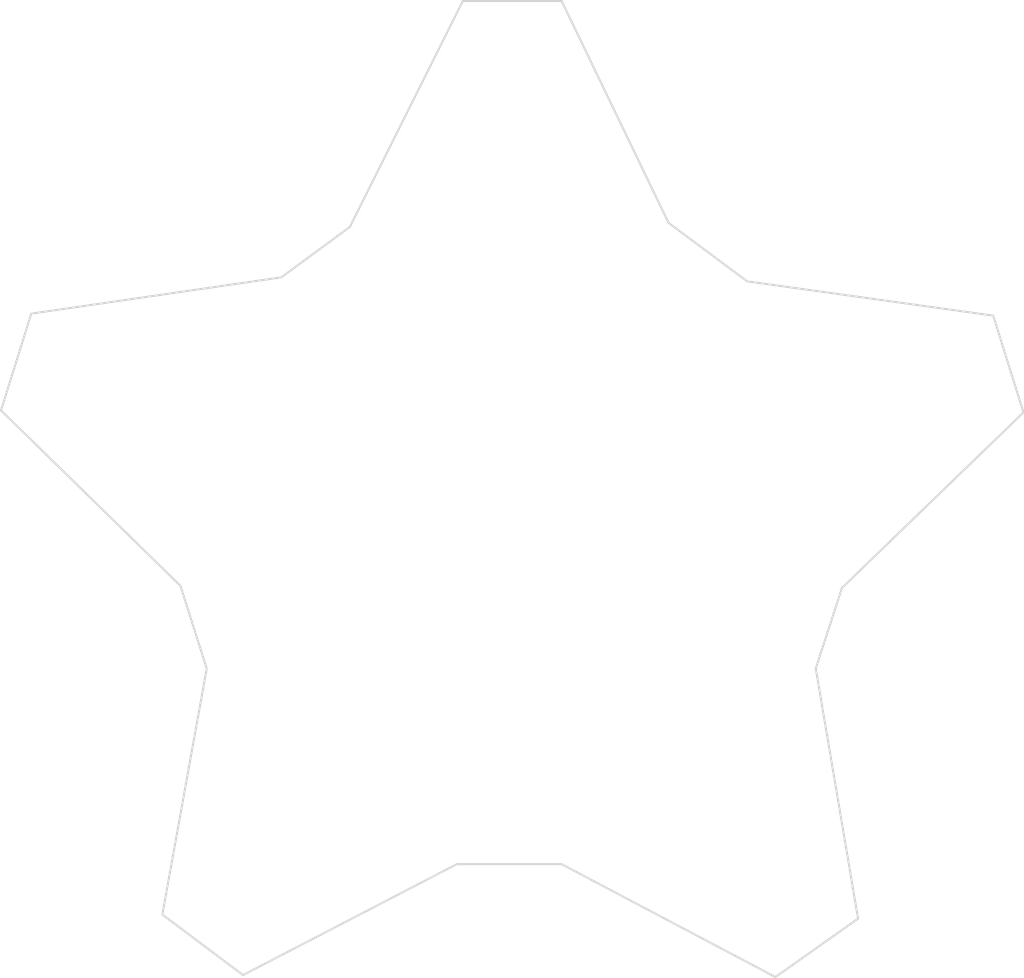
<source format=kicad_pcb>
(kicad_pcb (version 20171130) (host pcbnew "(5.1.9)-1")

  (general
    (thickness 1.6)
    (drawings 20)
    (tracks 0)
    (zones 0)
    (modules 2)
    (nets 1)
  )

  (page A4)
  (layers
    (0 F.Cu signal)
    (31 B.Cu signal)
    (32 B.Adhes user)
    (33 F.Adhes user)
    (34 B.Paste user)
    (35 F.Paste user)
    (36 B.SilkS user)
    (37 F.SilkS user)
    (38 B.Mask user)
    (39 F.Mask user)
    (40 Dwgs.User user)
    (41 Cmts.User user)
    (42 Eco1.User user)
    (43 Eco2.User user)
    (44 Edge.Cuts user)
    (45 Margin user)
    (46 B.CrtYd user)
    (47 F.CrtYd user)
    (48 B.Fab user)
    (49 F.Fab user)
  )

  (setup
    (last_trace_width 0.25)
    (trace_clearance 0.2)
    (zone_clearance 0.508)
    (zone_45_only no)
    (trace_min 0.2)
    (via_size 0.6)
    (via_drill 0.4)
    (via_min_size 0.4)
    (via_min_drill 0.3)
    (uvia_size 0.3)
    (uvia_drill 0.1)
    (uvias_allowed no)
    (uvia_min_size 0.2)
    (uvia_min_drill 0.1)
    (edge_width 0.15)
    (segment_width 0.2)
    (pcb_text_width 0.3)
    (pcb_text_size 1.5 1.5)
    (mod_edge_width 0.15)
    (mod_text_size 1 1)
    (mod_text_width 0.15)
    (pad_size 1.524 1.524)
    (pad_drill 0.762)
    (pad_to_mask_clearance 0.2)
    (aux_axis_origin 0 0)
    (visible_elements 7FFFFFFF)
    (pcbplotparams
      (layerselection 0x010f0_80000001)
      (usegerberextensions false)
      (usegerberattributes true)
      (usegerberadvancedattributes true)
      (creategerberjobfile true)
      (excludeedgelayer true)
      (linewidth 0.100000)
      (plotframeref false)
      (viasonmask false)
      (mode 1)
      (useauxorigin false)
      (hpglpennumber 1)
      (hpglpenspeed 20)
      (hpglpendiameter 15.000000)
      (psnegative false)
      (psa4output false)
      (plotreference true)
      (plotvalue true)
      (plotinvisibletext false)
      (padsonsilk false)
      (subtractmaskfromsilk false)
      (outputformat 1)
      (mirror false)
      (drillshape 1)
      (scaleselection 1)
      (outputdirectory "gerbers/"))
  )

  (net 0 "")

  (net_class Default "This is the default net class."
    (clearance 0.2)
    (trace_width 0.25)
    (via_dia 0.6)
    (via_drill 0.4)
    (uvia_dia 0.3)
    (uvia_drill 0.1)
  )

  (module LOGO (layer F.Cu) (tedit 0) (tstamp 0)
    (at 0 0)
    (fp_text reference G*** (at 0 0) (layer F.SilkS) hide
      (effects (font (size 1.524 1.524) (thickness 0.3)))
    )
    (fp_text value LOGO (at 0.75 0) (layer F.SilkS) hide
      (effects (font (size 1.524 1.524) (thickness 0.3)))
    )
  )

  (module LOGO (layer F.Cu) (tedit 0) (tstamp 0)
    (at 0 0)
    (fp_text reference G*** (at 0 0) (layer F.SilkS) hide
      (effects (font (size 1.524 1.524) (thickness 0.3)))
    )
    (fp_text value LOGO (at 0.75 0) (layer F.SilkS) hide
      (effects (font (size 1.524 1.524) (thickness 0.3)))
    )
    (fp_poly (pts (xy 6.78905 7.069999) (xy 6.959323 7.117714) (xy 7.116261 7.197569) (xy 7.253014 7.307798)
      (xy 7.34193 7.414697) (xy 7.423322 7.566961) (xy 7.473799 7.736453) (xy 7.49238 7.913099)
      (xy 7.478085 8.086824) (xy 7.429935 8.247554) (xy 7.424224 8.260348) (xy 7.340344 8.39988)
      (xy 7.225794 8.529009) (xy 7.092212 8.635857) (xy 7.00973 8.683369) (xy 6.937099 8.716685)
      (xy 6.873961 8.737665) (xy 6.805114 8.749621) (xy 6.715358 8.755861) (xy 6.669169 8.757531)
      (xy 6.556276 8.758573) (xy 6.471414 8.75248) (xy 6.400653 8.737723) (xy 6.356961 8.723257)
      (xy 6.191386 8.641191) (xy 6.051047 8.530307) (xy 5.937981 8.396073) (xy 5.854225 8.243958)
      (xy 5.801816 8.079431) (xy 5.782789 7.907961) (xy 5.799183 7.735017) (xy 5.853033 7.566068)
      (xy 5.895307 7.48366) (xy 5.961849 7.392) (xy 6.051986 7.296814) (xy 6.152082 7.210814)
      (xy 6.248502 7.146715) (xy 6.266717 7.137367) (xy 6.435896 7.078059) (xy 6.612291 7.056192)
      (xy 6.78905 7.069999)) (layer Dwgs.User) (width 0.01))
    (fp_poly (pts (xy 4.293527 7.076758) (xy 4.452681 7.130418) (xy 4.599574 7.214725) (xy 4.729001 7.328483)
      (xy 4.835751 7.470491) (xy 4.913461 7.636233) (xy 4.944624 7.774096) (xy 4.951942 7.929674)
      (xy 4.936191 8.086344) (xy 4.898145 8.227486) (xy 4.884349 8.260348) (xy 4.800203 8.40011)
      (xy 4.685411 8.529372) (xy 4.551634 8.636236) (xy 4.46973 8.683369) (xy 4.397546 8.716547)
      (xy 4.335169 8.737391) (xy 4.267485 8.749157) (xy 4.179382 8.755103) (xy 4.129169 8.756743)
      (xy 4.014106 8.757212) (xy 3.926994 8.750285) (xy 3.853858 8.734405) (xy 3.816074 8.721859)
      (xy 3.647245 8.639544) (xy 3.506326 8.529672) (xy 3.394494 8.397437) (xy 3.312927 8.248032)
      (xy 3.262801 8.086653) (xy 3.245294 7.918493) (xy 3.261582 7.748745) (xy 3.312844 7.582604)
      (xy 3.400255 7.425264) (xy 3.496126 7.310111) (xy 3.638465 7.192559) (xy 3.794582 7.111646)
      (xy 3.95927 7.066173) (xy 4.127321 7.054943) (xy 4.293527 7.076758)) (layer Dwgs.User) (width 0.01))
    (fp_poly (pts (xy 1.759437 7.078627) (xy 1.920711 7.134861) (xy 2.069885 7.223122) (xy 2.201685 7.342489)
      (xy 2.310838 7.492041) (xy 2.34325 7.552432) (xy 2.369814 7.61026) (xy 2.387011 7.661746)
      (xy 2.396844 7.71885) (xy 2.401311 7.793534) (xy 2.402414 7.897761) (xy 2.402417 7.906195)
      (xy 2.401617 8.011484) (xy 2.397717 8.086785) (xy 2.388466 8.144435) (xy 2.371613 8.196772)
      (xy 2.344907 8.256132) (xy 2.334794 8.276836) (xy 2.233291 8.436586) (xy 2.100335 8.572218)
      (xy 1.942993 8.676653) (xy 1.92806 8.684191) (xy 1.856475 8.717018) (xy 1.794191 8.737643)
      (xy 1.726153 8.74929) (xy 1.637301 8.755182) (xy 1.589169 8.756743) (xy 1.474106 8.757212)
      (xy 1.386994 8.750285) (xy 1.313858 8.734405) (xy 1.276074 8.721859) (xy 1.107245 8.639544)
      (xy 0.966326 8.529672) (xy 0.854494 8.397437) (xy 0.772927 8.248032) (xy 0.722801 8.086653)
      (xy 0.705294 7.918493) (xy 0.721582 7.748745) (xy 0.772844 7.582604) (xy 0.860255 7.425264)
      (xy 0.956126 7.310111) (xy 1.098803 7.19239) (xy 1.255746 7.111302) (xy 1.421681 7.065927)
      (xy 1.591336 7.055342) (xy 1.759437 7.078627)) (layer Dwgs.User) (width 0.01))
    (fp_poly (pts (xy -0.759432 7.08367) (xy -0.598818 7.144236) (xy -0.45118 7.23706) (xy -0.321769 7.361174)
      (xy -0.215833 7.515608) (xy -0.19675 7.552432) (xy -0.170186 7.61026) (xy -0.152989 7.661746)
      (xy -0.143156 7.71885) (xy -0.138689 7.793534) (xy -0.137586 7.897761) (xy -0.137583 7.906195)
      (xy -0.138383 8.011484) (xy -0.142283 8.086785) (xy -0.151534 8.144435) (xy -0.168387 8.196772)
      (xy -0.195093 8.256132) (xy -0.205206 8.276836) (xy -0.306709 8.436586) (xy -0.439665 8.572218)
      (xy -0.597007 8.676653) (xy -0.61194 8.684191) (xy -0.683785 8.717097) (xy -0.746514 8.737802)
      (xy -0.815233 8.749558) (xy -0.905051 8.755622) (xy -0.950831 8.757199) (xy -1.05833 8.75836)
      (xy -1.138127 8.753205) (xy -1.204608 8.739953) (xy -1.27 8.717668) (xy -1.445417 8.627999)
      (xy -1.591653 8.508975) (xy -1.706354 8.363618) (xy -1.787169 8.19495) (xy -1.831745 8.005993)
      (xy -1.833186 7.994327) (xy -1.832408 7.832275) (xy -1.795944 7.665832) (xy -1.727724 7.505526)
      (xy -1.63168 7.361885) (xy -1.573396 7.298578) (xy -1.42665 7.183337) (xy -1.266631 7.105194)
      (xy -1.098588 7.06318) (xy -0.927772 7.056328) (xy -0.759432 7.08367)) (layer Dwgs.User) (width 0.01))
    (fp_poly (pts (xy -3.348143 7.071551) (xy -3.180625 7.124325) (xy -3.026144 7.21101) (xy -2.889946 7.329687)
      (xy -2.777277 7.47844) (xy -2.73675 7.552432) (xy -2.71016 7.610328) (xy -2.692956 7.661877)
      (xy -2.68313 7.719065) (xy -2.678676 7.793879) (xy -2.677585 7.898305) (xy -2.677583 7.90575)
      (xy -2.678442 8.011459) (xy -2.682501 8.087312) (xy -2.691982 8.145777) (xy -2.709108 8.199319)
      (xy -2.736101 8.260406) (xy -2.743618 8.276167) (xy -2.841143 8.431962) (xy -2.971275 8.566066)
      (xy -3.126868 8.671339) (xy -3.15194 8.684191) (xy -3.223791 8.717099) (xy -3.286531 8.737806)
      (xy -3.355267 8.749565) (xy -3.445107 8.755633) (xy -3.490831 8.75721) (xy -3.596718 8.758473)
      (xy -3.675021 8.753644) (xy -3.740277 8.740845) (xy -3.807025 8.718198) (xy -3.813939 8.715479)
      (xy -3.989659 8.625202) (xy -4.134761 8.50635) (xy -4.248063 8.360089) (xy -4.317562 8.217521)
      (xy -4.364693 8.037762) (xy -4.372122 7.857654) (xy -4.342078 7.682665) (xy -4.276792 7.518263)
      (xy -4.178492 7.369914) (xy -4.049409 7.243087) (xy -3.891772 7.143248) (xy -3.876454 7.135865)
      (xy -3.701304 7.075403) (xy -3.523452 7.054604) (xy -3.348143 7.071551)) (layer Dwgs.User) (width 0.01))
    (fp_poly (pts (xy -5.207 8.763) (xy -6.9215 8.763) (xy -6.9215 7.0485) (xy -5.207 7.0485)
      (xy -5.207 8.763)) (layer Dwgs.User) (width 0.01))
  )

  (gr_line (start -8.025954 -12.951179) (end -2.442351 -24.118385) (layer Edge.Cuts) (width 0.1))
  (gr_line (start 2.442343 -24.118385) (end 7.727182 -13.151251) (layer Edge.Cuts) (width 0.1))
  (gr_line (start 11.614204 -10.259414) (end 23.776594 -8.565321) (layer Edge.Cuts) (width 0.1))
  (gr_line (start 25.273103 -3.779319) (end 16.301314 4.893606) (layer Edge.Cuts) (width 0.1))
  (gr_line (start 13.009433 24.13362) (end 2.442343 18.552505) (layer Edge.Cuts) (width 0.1))
  (gr_line (start 15.004877 8.881908) (end 17.096527 21.24437) (layer Edge.Cuts) (width 0.1))
  (gr_line (start -17.296507 21.044298) (end -15.103578 8.881908) (layer Edge.Cuts) (width 0.1))
  (gr_line (start -16.400114 4.794814) (end -25.27311 -3.880698) (layer Edge.Cuts) (width 0.1))
  (gr_line (start -23.776502 -8.664113) (end -11.41414 -10.459386) (layer Edge.Cuts) (width 0.1))
  (gr_line (start -2.741116 18.552505) (end -13.308205 24.034828) (layer Edge.Cuts) (width 0.1))
  (gr_line (start -2.442351 -24.118385) (end 2.442343 -24.118385) (layer Edge.Cuts) (width 0.1))
  (gr_line (start -23.776502 -8.664113) (end -25.27311 -3.880698) (layer Edge.Cuts) (width 0.1))
  (gr_line (start 23.776594 -8.565321) (end 25.273103 -3.779319) (layer Edge.Cuts) (width 0.1))
  (gr_line (start 17.096527 21.24437) (end 13.009433 24.13362) (layer Edge.Cuts) (width 0.1))
  (gr_line (start -17.296507 21.044298) (end -13.308205 24.034828) (layer Edge.Cuts) (width 0.1))
  (gr_line (start 2.442343 18.552505) (end -2.741116 18.552505) (layer Edge.Cuts) (width 0.1))
  (gr_line (start 7.727182 -13.151251) (end 11.614204 -10.259414) (layer Edge.Cuts) (width 0.1))
  (gr_line (start -8.025954 -12.951179) (end -11.41414 -10.459386) (layer Edge.Cuts) (width 0.1))
  (gr_line (start -16.400114 4.794814) (end -15.103578 8.881908) (layer Edge.Cuts) (width 0.1))
  (gr_line (start 16.301314 4.893606) (end 15.004877 8.881908) (layer Edge.Cuts) (width 0.1))

)

</source>
